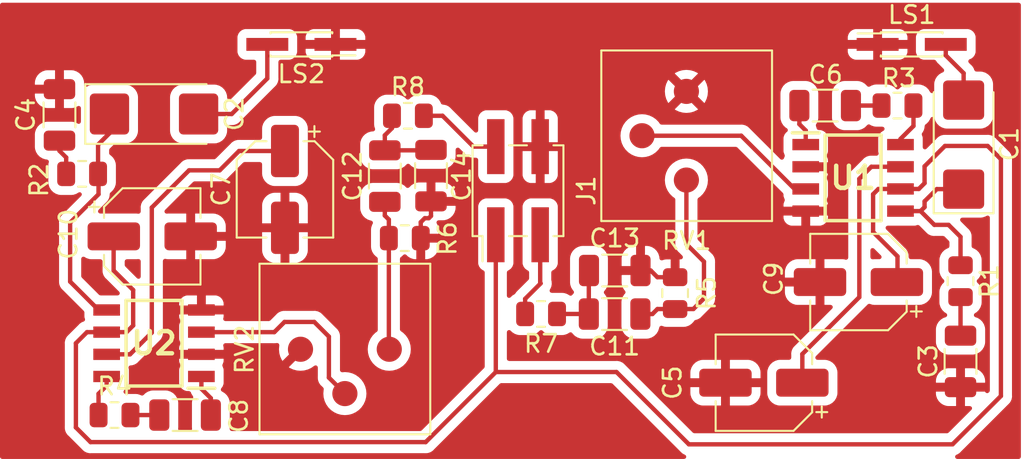
<source format=kicad_pcb>
(kicad_pcb (version 20211014) (generator pcbnew)
  (layers (0 "F.Cu" signal) (31 "B.Cu" signal) (34 "B.Paste" user) (35 "F.Paste" user) (36 "B.SilkS" user "B.Silkscreen") (37 "F.SilkS" user "F.Silkscreen") (38 "B.Mask" user) (39 "F.Mask" user) (44 "Edge.Cuts" user))
  (net 0 "")
  (net 1 "Net-(C1-Pad1)")
  (net 2 "Net-(C1-Pad2)")
  (net 3 "Net-(C2-Pad1)")
  (net 4 "Net-(C2-Pad2)")
  (net 5 "GND")
  (net 6 "Net-(C3-Pad2)")
  (net 7 "Net-(C4-Pad2)")
  (net 8 "Net-(C5-Pad1)")
  (net 9 "Net-(C6-Pad1)")
  (net 10 "Net-(C6-Pad2)")
  (net 11 "Net-(C7-Pad1)")
  (net 12 "Net-(C8-Pad1)")
  (net 13 "Net-(C8-Pad2)")
  (net 14 "+5V")
  (net 15 "Net-(C11-Pad1)")
  (net 16 "Net-(C11-Pad2)")
  (net 17 "Net-(C12-Pad1)")
  (net 18 "Net-(C12-Pad2)")
  (net 19 "Net-(J1-Pad2)")
  (net 20 "Net-(R3-Pad1)")
  (net 21 "Net-(R4-Pad1)")
  (net 22 "Net-(J1-Pad3)")
  (net 23 "Net-(RV1-Pad2)")
  (net 24 "Net-(RV2-Pad2)")
  (footprint "Potentiometer_THT:Potentiometer_Bourns_3386P_Vertical" (layer "F.Cu") (at 97.3582 96.916 -90)
    (fp_text reference "RV2" (at 0.0104 3.2004 90) (layer "F.SilkS"))
    (fp_text value "10k" hide)
    (fp_line (start 4.87 -7.425) (end 4.87 2.345) (layer "F.SilkS") (width 0.12))
    (fp_line (start -4.9 2.345) (end 4.87 2.345) (layer "F.SilkS") (width 0.12))
    (fp_line (start -4.9 -7.425) (end 4.87 -7.425) (layer "F.SilkS") (width 0.12))
    (fp_line (start -4.9 -7.425) (end -4.9 2.345) (layer "F.SilkS") (width 0.12))
    (pad "1" smd circle (at 0 0 270) (size 1.44 1.44) (layers "F.Cu" "F.Paste" "F.Mask") (net 5 "GND"))
    (pad "2" smd circle (at 2.54 -2.54 270) (size 1.44 1.44) (layers "F.Cu" "F.Paste" "F.Mask") (net 24 "Net-(RV2-Pad2)"))
    (pad "3" smd circle (at 0 -5.08 270) (size 1.44 1.44) (layers "F.Cu" "F.Paste" "F.Mask") (net 17 "Net-(C12-Pad1)"))
  )
  (footprint "Capacitor_Tantalum_SMD:CP_EIA-6032-28_Kemet-C_Pad2.25x2.35mm_HandSolder" (layer "F.Cu") (at 88.9762 83.439)
    (fp_text reference "C2" (at 4.5974 0 90) (layer "F.SilkS"))
    (fp_text value "220uF" hide)
    (fp_line (start -3.935 -1.71) (end -3.935 1.71) (layer "F.SilkS") (width 0.12))
    (fp_line (start -3.935 1.71) (end 3 1.71) (layer "F.SilkS") (width 0.12))
    (fp_line (start 3 -1.71) (end -3.935 -1.71) (layer "F.SilkS") (width 0.12))
    (pad "1" smd roundrect (at -2.55 0) (size 2.25 2.35) (layers "F.Cu" "F.Paste" "F.Mask") (roundrect_rratio 0.1111111111) (net 3 "Net-(C2-Pad1)"))
    (pad "2" smd roundrect (at 2.55 0) (size 2.25 2.35) (layers "F.Cu" "F.Paste" "F.Mask") (roundrect_rratio 0.1111111111) (net 4 "Net-(C2-Pad2)"))
  )
  (footprint "Capacitor_SMD:CP_Elec_5x5.4" (layer "F.Cu") (at 88.8746 90.4494)
    (fp_text reference "C10" (at -4.8006 -0.127 90) (layer "F.SilkS"))
    (fp_text value "10uF" hide)
    (fp_line (start -3.3125 -1.9975) (end -3.3125 -1.3725) (layer "F.SilkS") (width 0.12))
    (fp_line (start 2.76 2.76) (end 2.76 1.06) (layer "F.SilkS") (width 0.12))
    (fp_line (start -3.625 -1.685) (end -3 -1.685) (layer "F.SilkS") (width 0.12))
    (fp_line (start -2.76 -1.695563) (end -1.695563 -2.76) (layer "F.SilkS") (width 0.12))
    (fp_line (start 2.76 -2.76) (end 2.76 -1.06) (layer "F.SilkS") (width 0.12))
    (fp_line (start -2.76 1.695563) (end -2.76 1.06) (layer "F.SilkS") (width 0.12))
    (fp_line (start -1.695563 -2.76) (end 2.76 -2.76) (layer "F.SilkS") (width 0.12))
    (fp_line (start -2.76 1.695563) (end -1.695563 2.76) (layer "F.SilkS") (width 0.12))
    (fp_line (start -2.76 -1.695563) (end -2.76 -1.06) (layer "F.SilkS") (width 0.12))
    (fp_line (start -1.695563 2.76) (end 2.76 2.76) (layer "F.SilkS") (width 0.12))
    (pad "1" smd roundrect (at -2.2 0) (size 3 1.6) (layers "F.Cu" "F.Paste" "F.Mask") (roundrect_rratio 0.15625) (net 14 "+5V"))
    (pad "2" smd roundrect (at 2.2 0) (size 3 1.6) (layers "F.Cu" "F.Paste" "F.Mask") (roundrect_rratio 0.15625) (net 5 "GND"))
  )
  (footprint "Resistor_SMD:R_0805_2012Metric" (layer "F.Cu") (at 118.7958 93.7006 90)
    (fp_text reference "R5" (at 0 1.8034 90) (layer "F.SilkS"))
    (fp_text value "150" hide)
    (fp_line (start -0.227064 -0.735) (end 0.227064 -0.735) (layer "F.SilkS") (width 0.12))
    (fp_line (start -0.227064 0.735) (end 0.227064 0.735) (layer "F.SilkS") (width 0.12))
    (pad "1" smd roundrect (at -0.9125 0 90) (size 1.025 1.4) (layers "F.Cu" "F.Paste" "F.Mask") (roundrect_rratio 0.243902439) (net 15 "Net-(C11-Pad1)"))
    (pad "2" smd roundrect (at 0.9125 0 90) (size 1.025 1.4) (layers "F.Cu" "F.Paste" "F.Mask") (roundrect_rratio 0.243902439) (net 5 "GND"))
  )
  (footprint "LM386:SOIC127P600X175-8N" (layer "F.Cu") (at 128.9812 87.0966)
    (fp_text reference "U1" (at 0 0) (layer "F.SilkS") (effects (font (size 1.27 1.27) (thickness 0.254))))
    (fp_text value "LM386" hide)
    (fp_line (start 1.598 2.452) (end -1.598 2.452) (layer "F.SilkS") (width 0.2))
    (fp_line (start 1.598 -2.452) (end 1.598 2.452) (layer "F.SilkS") (width 0.2))
    (fp_line (start -1.598 -2.452) (end 1.598 -2.452) (layer "F.SilkS") (width 0.2))
    (fp_line (start -1.598 2.452) (end -1.598 -2.452) (layer "F.SilkS") (width 0.2))
    (fp_line (start -3.475 -2.58) (end -1.948 -2.58) (layer "F.SilkS") (width 0.2))
    (pad "1" smd rect (at -2.711 -1.905 90) (size 0.65 1.528) (layers "F.Cu" "F.Paste" "F.Mask") (net 10 "Net-(C6-Pad2)"))
    (pad "2" smd rect (at -2.711 -0.635 90) (size 0.65 1.528) (layers "F.Cu" "F.Paste" "F.Mask") (net 5 "GND"))
    (pad "3" smd rect (at -2.711 0.635 90) (size 0.65 1.528) (layers "F.Cu" "F.Paste" "F.Mask") (net 23 "Net-(RV1-Pad2)"))
    (pad "4" smd rect (at -2.711 1.905 90) (size 0.65 1.528) (layers "F.Cu" "F.Paste" "F.Mask") (net 5 "GND"))
    (pad "5" smd rect (at 2.711 1.905 90) (size 0.65 1.528) (layers "F.Cu" "F.Paste" "F.Mask") (net 1 "Net-(C1-Pad1)"))
    (pad "6" smd rect (at 2.711 0.635 90) (size 0.65 1.528) (layers "F.Cu" "F.Paste" "F.Mask") (net 14 "+5V"))
    (pad "7" smd rect (at 2.711 -0.635 90) (size 0.65 1.528) (layers "F.Cu" "F.Paste" "F.Mask") (net 8 "Net-(C5-Pad1)"))
    (pad "8" smd rect (at 2.711 -1.905 90) (size 0.65 1.528) (layers "F.Cu" "F.Paste" "F.Mask") (net 20 "Net-(R3-Pad1)"))
  )
  (footprint "Connector_PinHeader_2.54mm:PinHeader_2x02_P2.54mm_Vertical_SMD" (layer "F.Cu") (at 109.8042 87.8332 90)
    (fp_text reference "J1" (at 0 3.9116 90) (layer "F.SilkS"))
    (fp_text value "Conn_01x04" hide)
    (fp_line (start -2.6 2.03) (end -2.6 2.6) (layer "F.SilkS") (width 0.12))
    (fp_line (start 2.6 2.03) (end 2.6 2.6) (layer "F.SilkS") (width 0.12))
    (fp_line (start -2.6 -2.6) (end 2.6 -2.6) (layer "F.SilkS") (width 0.12))
    (fp_line (start 2.6 -0.51) (end 2.6 0.51) (layer "F.SilkS") (width 0.12))
    (fp_line (start -2.6 2.6) (end 2.6 2.6) (layer "F.SilkS") (width 0.12))
    (fp_line (start -4.04 -2.03) (end -2.6 -2.03) (layer "F.SilkS") (width 0.12))
    (fp_line (start -2.6 -2.6) (end -2.6 -2.03) (layer "F.SilkS") (width 0.12))
    (fp_line (start -2.6 -0.51) (end -2.6 0.51) (layer "F.SilkS") (width 0.12))
    (fp_line (start 2.6 -2.6) (end 2.6 -2.03) (layer "F.SilkS") (width 0.12))
    (pad "1" smd rect (at -2.525 -1.27 90) (size 3.15 1) (layers "F.Cu" "F.Paste" "F.Mask") (net 14 "+5V"))
    (pad "2" smd rect (at 2.525 -1.27 90) (size 3.15 1) (layers "F.Cu" "F.Paste" "F.Mask") (net 19 "Net-(J1-Pad2)"))
    (pad "3" smd rect (at -2.525 1.27 90) (size 3.15 1) (layers "F.Cu" "F.Paste" "F.Mask") (net 22 "Net-(J1-Pad3)"))
    (pad "4" smd rect (at 2.525 1.27 90) (size 3.15 1) (layers "F.Cu" "F.Paste" "F.Mask") (net 5 "GND"))
  )
  (footprint "Resistor_SMD:R_0805_2012Metric" (layer "F.Cu") (at 103.3272 90.551)
    (fp_text reference "R6" (at 2.4384 0.0254 90) (layer "F.SilkS"))
    (fp_text value "150" hide)
    (fp_line (start -0.227064 -0.735) (end 0.227064 -0.735) (layer "F.SilkS") (width 0.12))
    (fp_line (start -0.227064 0.735) (end 0.227064 0.735) (layer "F.SilkS") (width 0.12))
    (pad "1" smd roundrect (at -0.9125 0) (size 1.025 1.4) (layers "F.Cu" "F.Paste" "F.Mask") (roundrect_rratio 0.243902439) (net 17 "Net-(C12-Pad1)"))
    (pad "2" smd roundrect (at 0.9125 0) (size 1.025 1.4) (layers "F.Cu" "F.Paste" "F.Mask") (roundrect_rratio 0.243902439) (net 5 "GND"))
  )
  (footprint "Capacitor_SMD:C_1206_3216Metric" (layer "F.Cu") (at 90.7542 100.6856)
    (fp_text reference "C8" (at 3.0734 0.0508 90) (layer "F.SilkS"))
    (fp_text value "10uF" hide)
    (fp_line (start -0.711252 -0.91) (end 0.711252 -0.91) (layer "F.SilkS") (width 0.12))
    (fp_line (start -0.711252 0.91) (end 0.711252 0.91) (layer "F.SilkS") (width 0.12))
    (pad "1" smd roundrect (at -1.475 0) (size 1.15 1.8) (layers "F.Cu" "F.Paste" "F.Mask") (roundrect_rratio 0.2173913043) (net 12 "Net-(C8-Pad1)"))
    (pad "2" smd roundrect (at 1.475 0) (size 1.15 1.8) (layers "F.Cu" "F.Paste" "F.Mask") (roundrect_rratio 0.2173913043) (net 13 "Net-(C8-Pad2)"))
  )
  (footprint "Potentiometer_THT:Potentiometer_Bourns_3386P_Vertical" (layer "F.Cu") (at 119.4412 82.1436 180)
    (fp_text reference "RV1" (at -0.015 -8.555) (layer "F.SilkS"))
    (fp_text value "10k" hide)
    (fp_line (start -4.9 -7.425) (end -4.9 2.345) (layer "F.SilkS") (width 0.12))
    (fp_line (start -4.9 2.345) (end 4.87 2.345) (layer "F.SilkS") (width 0.12))
    (fp_line (start -4.9 -7.425) (end 4.87 -7.425) (layer "F.SilkS") (width 0.12))
    (fp_line (start 4.87 -7.425) (end 4.87 2.345) (layer "F.SilkS") (width 0.12))
    (pad "1" smd circle (at 0 0 180) (size 1.44 1.44) (layers "F.Cu" "F.Paste" "F.Mask") (net 5 "GND"))
    (pad "2" smd circle (at 2.54 -2.54 180) (size 1.44 1.44) (layers "F.Cu" "F.Paste" "F.Mask") (net 23 "Net-(RV1-Pad2)"))
    (pad "3" smd circle (at 0 -5.08 180) (size 1.44 1.44) (layers "F.Cu" "F.Paste" "F.Mask") (net 15 "Net-(C11-Pad1)"))
  )
  (footprint "Resistor_SMD:R_0805_2012Metric" (layer "F.Cu") (at 131.5212 82.9564 180)
    (fp_text reference "R3" (at -0.0762 1.5748) (layer "F.SilkS"))
    (fp_text value "1.2k" hide)
    (fp_line (start -0.227064 -0.735) (end 0.227064 -0.735) (layer "F.SilkS") (width 0.12))
    (fp_line (start -0.227064 0.735) (end 0.227064 0.735) (layer "F.SilkS") (width 0.12))
    (pad "1" smd roundrect (at -0.9125 0 180) (size 1.025 1.4) (layers "F.Cu" "F.Paste" "F.Mask") (roundrect_rratio 0.243902439) (net 20 "Net-(R3-Pad1)"))
    (pad "2" smd roundrect (at 0.9125 0 180) (size 1.025 1.4) (layers "F.Cu" "F.Paste" "F.Mask") (roundrect_rratio 0.243902439) (net 9 "Net-(C6-Pad1)"))
  )
  (footprint "Resistor_SMD:R_0805_2012Metric" (layer "F.Cu") (at 103.505 83.5406)
    (fp_text reference "R8" (at 0 -1.65) (layer "F.SilkS"))
    (fp_text value "270" hide)
    (fp_line (start -0.227064 0.735) (end 0.227064 0.735) (layer "F.SilkS") (width 0.12))
    (fp_line (start -0.227064 -0.735) (end 0.227064 -0.735) (layer "F.SilkS") (width 0.12))
    (pad "1" smd roundrect (at -0.9125 0) (size 1.025 1.4) (layers "F.Cu" "F.Paste" "F.Mask") (roundrect_rratio 0.243902439) (net 18 "Net-(C12-Pad2)"))
    (pad "2" smd roundrect (at 0.9125 0) (size 1.025 1.4) (layers "F.Cu" "F.Paste" "F.Mask") (roundrect_rratio 0.243902439) (net 19 "Net-(J1-Pad2)"))
  )
  (footprint "Capacitor_SMD:CP_Elec_5x5.4" (layer "F.Cu") (at 123.8758 98.8314 180)
    (fp_text reference "C5" (at 5.2324 0 90) (layer "F.SilkS"))
    (fp_text value "10uF" hide)
    (fp_line (start -3.625 -1.685) (end -3 -1.685) (layer "F.SilkS") (width 0.12))
    (fp_line (start -2.76 -1.695563) (end -1.695563 -2.76) (layer "F.SilkS") (width 0.12))
    (fp_line (start -2.76 1.695563) (end -1.695563 2.76) (layer "F.SilkS") (width 0.12))
    (fp_line (start -1.695563 2.76) (end 2.76 2.76) (layer "F.SilkS") (width 0.12))
    (fp_line (start 2.76 -2.76) (end 2.76 -1.06) (layer "F.SilkS") (width 0.12))
    (fp_line (start 2.76 2.76) (end 2.76 1.06) (layer "F.SilkS") (width 0.12))
    (fp_line (start -2.76 1.695563) (end -2.76 1.06) (layer "F.SilkS") (width 0.12))
    (fp_line (start -2.76 -1.695563) (end -2.76 -1.06) (layer "F.SilkS") (width 0.12))
    (fp_line (start -3.3125 -1.9975) (end -3.3125 -1.3725) (layer "F.SilkS") (width 0.12))
    (fp_line (start -1.695563 -2.76) (end 2.76 -2.76) (layer "F.SilkS") (width 0.12))
    (pad "1" smd roundrect (at -2.2 0 180) (size 3 1.6) (layers "F.Cu" "F.Paste" "F.Mask") (roundrect_rratio 0.15625) (net 8 "Net-(C5-Pad1)"))
    (pad "2" smd roundrect (at 2.2 0 180) (size 3 1.6) (layers "F.Cu" "F.Paste" "F.Mask") (roundrect_rratio 0.15625) (net 5 "GND"))
  )
  (footprint "Capacitor_SMD:CP_Elec_5x5.4" (layer "F.Cu") (at 96.4692 87.757 -90)
    (fp_text reference "C7" (at 0 3.6576 90) (layer "F.SilkS"))
    (fp_text value "10uF" hide)
    (fp_line (start -1.695563 2.76) (end 2.76 2.76) (layer "F.SilkS") (width 0.12))
    (fp_line (start -2.76 1.695563) (end -2.76 1.06) (layer "F.SilkS") (width 0.12))
    (fp_line (start -1.695563 -2.76) (end 2.76 -2.76) (layer "F.SilkS") (width 0.12))
    (fp_line (start 2.76 2.76) (end 2.76 1.06) (layer "F.SilkS") (width 0.12))
    (fp_line (start -2.76 -1.695563) (end -1.695563 -2.76) (layer "F.SilkS") (width 0.12))
    (fp_line (start -3.625 -1.685) (end -3 -1.685) (layer "F.SilkS") (width 0.12))
    (fp_line (start -2.76 -1.695563) (end -2.76 -1.06) (layer "F.SilkS") (width 0.12))
    (fp_line (start 2.76 -2.76) (end 2.76 -1.06) (layer "F.SilkS") (width 0.12))
    (fp_line (start -2.76 1.695563) (end -1.695563 2.76) (layer "F.SilkS") (width 0.12))
    (fp_line (start -3.3125 -1.9975) (end -3.3125 -1.3725) (layer "F.SilkS") (width 0.12))
    (pad "1" smd roundrect (at -2.2 0 270) (size 3 1.6) (layers "F.Cu" "F.Paste" "F.Mask") (roundrect_rratio 0.15625) (net 11 "Net-(C7-Pad1)"))
    (pad "2" smd roundrect (at 2.2 0 270) (size 3 1.6) (layers "F.Cu" "F.Paste" "F.Mask") (roundrect_rratio 0.15625) (net 5 "GND"))
  )
  (footprint "Connector_PinHeader_1.27mm:PinHeader_2x01_P1.27mm_Vertical_SMD" (layer "F.Cu") (at 132.334 79.4512)
    (fp_text reference "LS1" (at 0 -1.695) (layer "F.SilkS"))
    (fp_text value "Speaker" hide)
    (fp_line (start -1.765 -0.695) (end 1.765 -0.695) (layer "F.SilkS") (width 0.12))
    (fp_line (start -1.765 0.695) (end 1.765 0.695) (layer "F.SilkS") (width 0.12))
    (fp_line (start 1.765 0.63) (end 1.765 0.695) (layer "F.SilkS") (width 0.12))
    (fp_line (start -1.765 -0.695) (end -1.765 -0.63) (layer "F.SilkS") (width 0.12))
    (fp_line (start 1.765 -0.695) (end 1.765 -0.63) (layer "F.SilkS") (width 0.12))
    (fp_line (start -3.09 -0.63) (end -1.765 -0.63) (layer "F.SilkS") (width 0.12))
    (fp_line (start -1.765 0.63) (end -1.765 0.695) (layer "F.SilkS") (width 0.12))
    (pad "1" smd rect (at -1.95 0) (size 2.4 0.74) (layers "F.Cu" "F.Paste" "F.Mask") (net 5 "GND"))
    (pad "2" smd rect (at 1.95 0) (size 2.4 0.74) (layers "F.Cu" "F.Paste" "F.Mask") (net 2 "Net-(C1-Pad2)"))
  )
  (footprint "Resistor_SMD:R_0805_2012Metric" (layer "F.Cu") (at 135.128 93.0148 -90)
    (fp_text reference "R1" (at 0 -1.65 90) (layer "F.SilkS"))
    (fp_text value "10" hide)
    (fp_line (start -0.227064 0.735) (end 0.227064 0.735) (layer "F.SilkS") (width 0.12))
    (fp_line (start -0.227064 -0.735) (end 0.227064 -0.735) (layer "F.SilkS") (width 0.12))
    (pad "1" smd roundrect (at -0.9125 0 270) (size 1.025 1.4) (layers "F.Cu" "F.Paste" "F.Mask") (roundrect_rratio 0.243902439) (net 1 "Net-(C1-Pad1)"))
    (pad "2" smd roundrect (at 0.9125 0 270) (size 1.025 1.4) (layers "F.Cu" "F.Paste" "F.Mask") (roundrect_rratio 0.243902439) (net 6 "Net-(C3-Pad2)"))
  )
  (footprint "Capacitor_SMD:C_1206_3216Metric" (layer "F.Cu") (at 115.3414 92.4052)
    (fp_text reference "C13" (at 0 -1.85) (layer "F.SilkS"))
    (fp_text value "33nF" hide)
    (fp_line (start -0.711252 -0.91) (end 0.711252 -0.91) (layer "F.SilkS") (width 0.12))
    (fp_line (start -0.711252 0.91) (end 0.711252 0.91) (layer "F.SilkS") (width 0.12))
    (pad "1" smd roundrect (at -1.475 0) (size 1.15 1.8) (layers "F.Cu" "F.Paste" "F.Mask") (roundrect_rratio 0.2173913043) (net 16 "Net-(C11-Pad2)"))
    (pad "2" smd roundrect (at 1.475 0) (size 1.15 1.8) (layers "F.Cu" "F.Paste" "F.Mask") (roundrect_rratio 0.2173913043) (net 5 "GND"))
  )
  (footprint "Capacitor_SMD:CP_Elec_5x5.4" (layer "F.Cu") (at 129.286 93.0656 180)
    (fp_text reference "C9" (at 4.8514 0.1778 90) (layer "F.SilkS"))
    (fp_text value "10uF" hide)
    (fp_line (start -3.625 -1.685) (end -3 -1.685) (layer "F.SilkS") (width 0.12))
    (fp_line (start -2.76 -1.695563) (end -1.695563 -2.76) (layer "F.SilkS") (width 0.12))
    (fp_line (start -3.3125 -1.9975) (end -3.3125 -1.3725) (layer "F.SilkS") (width 0.12))
    (fp_line (start -1.695563 2.76) (end 2.76 2.76) (layer "F.SilkS") (width 0.12))
    (fp_line (start -2.76 1.695563) (end -1.695563 2.76) (layer "F.SilkS") (width 0.12))
    (fp_line (start -1.695563 -2.76) (end 2.76 -2.76) (layer "F.SilkS") (width 0.12))
    (fp_line (start 2.76 2.76) (end 2.76 1.06) (layer "F.SilkS") (width 0.12))
    (fp_line (start 2.76 -2.76) (end 2.76 -1.06) (layer "F.SilkS") (width 0.12))
    (fp_line (start -2.76 -1.695563) (end -2.76 -1.06) (layer "F.SilkS") (width 0.12))
    (fp_line (start -2.76 1.695563) (end -2.76 1.06) (layer "F.SilkS") (width 0.12))
    (pad "1" smd roundrect (at -2.2 0 180) (size 3 1.6) (layers "F.Cu" "F.Paste" "F.Mask") (roundrect_rratio 0.15625) (net 14 "+5V"))
    (pad "2" smd roundrect (at 2.2 0 180) (size 3 1.6) (layers "F.Cu" "F.Paste" "F.Mask") (roundrect_rratio 0.15625) (net 5 "GND"))
  )
  (footprint "Capacitor_SMD:C_1206_3216Metric" (layer "F.Cu") (at 102.1842 86.995 90)
    (fp_text reference "C12" (at 0 -1.85 90) (layer "F.SilkS"))
    (fp_text value "10uF" hide)
    (fp_line (start -0.711252 0.91) (end 0.711252 0.91) (layer "F.SilkS") (width 0.12))
    (fp_line (start -0.711252 -0.91) (end 0.711252 -0.91) (layer "F.SilkS") (width 0.12))
    (pad "1" smd roundrect (at -1.475 0 90) (size 1.15 1.8) (layers "F.Cu" "F.Paste" "F.Mask") (roundrect_rratio 0.2173913043) (net 17 "Net-(C12-Pad1)"))
    (pad "2" smd roundrect (at 1.475 0 90) (size 1.15 1.8) (layers "F.Cu" "F.Paste" "F.Mask") (roundrect_rratio 0.2173913043) (net 18 "Net-(C12-Pad2)"))
  )
  (footprint "Capacitor_SMD:C_1206_3216Metric" (layer "F.Cu") (at 104.8258 86.9696 -90)
    (fp_text reference "C14" (at 0.0254 -1.7526 -90) (layer "F.SilkS"))
    (fp_text value "33nF" hide)
    (fp_line (start -0.711252 -0.91) (end 0.711252 -0.91) (layer "F.SilkS") (width 0.12))
    (fp_line (start -0.711252 0.91) (end 0.711252 0.91) (layer "F.SilkS") (width 0.12))
    (pad "1" smd roundrect (at -1.475 0 270) (size 1.15 1.8) (layers "F.Cu" "F.Paste" "F.Mask") (roundrect_rratio 0.2173913043) (net 18 "Net-(C12-Pad2)"))
    (pad "2" smd roundrect (at 1.475 0 270) (size 1.15 1.8) (layers "F.Cu" "F.Paste" "F.Mask") (roundrect_rratio 0.2173913043) (net 5 "GND"))
  )
  (footprint "Capacitor_SMD:C_1206_3216Metric" (layer "F.Cu") (at 135.128 97.6122 90)
    (fp_text reference "C3" (at 0 -1.85 90) (layer "F.SilkS"))
    (fp_text value "0.05uF" hide)
    (fp_line (start -0.711252 0.91) (end 0.711252 0.91) (layer "F.SilkS") (width 0.12))
    (fp_line (start -0.711252 -0.91) (end 0.711252 -0.91) (layer "F.SilkS") (width 0.12))
    (pad "1" smd roundrect (at -1.475 0 90) (size 1.15 1.8) (layers "F.Cu" "F.Paste" "F.Mask") (roundrect_rratio 0.2173913043) (net 5 "GND"))
    (pad "2" smd roundrect (at 1.475 0 90) (size 1.15 1.8) (layers "F.Cu" "F.Paste" "F.Mask") (roundrect_rratio 0.2173913043) (net 6 "Net-(C3-Pad2)"))
  )
  (footprint "Resistor_SMD:R_0805_2012Metric" (layer "F.Cu") (at 84.8614 86.868 180)
    (fp_text reference "R2" (at 2.4638 -0.3556 90) (layer "F.SilkS"))
    (fp_text value "10" hide)
    (fp_line (start -0.227064 0.735) (end 0.227064 0.735) (layer "F.SilkS") (width 0.12))
    (fp_line (start -0.227064 -0.735) (end 0.227064 -0.735) (layer "F.SilkS") (width 0.12))
    (pad "1" smd roundrect (at -0.9125 0 180) (size 1.025 1.4) (layers "F.Cu" "F.Paste" "F.Mask") (roundrect_rratio 0.243902439) (net 3 "Net-(C2-Pad1)"))
    (pad "2" smd roundrect (at 0.9125 0 180) (size 1.025 1.4) (layers "F.Cu" "F.Paste" "F.Mask") (roundrect_rratio 0.243902439) (net 7 "Net-(C4-Pad2)"))
  )
  (footprint "Connector_PinHeader_1.27mm:PinHeader_2x01_P1.27mm_Vertical_SMD" (layer "F.Cu") (at 97.409 79.4512 180)
    (fp_text reference "LS2" (at 0 -1.695) (layer "F.SilkS"))
    (fp_text value "Speaker" hide)
    (fp_line (start -1.765 -0.695) (end -1.765 -0.63) (layer "F.SilkS") (width 0.12))
    (fp_line (start -1.765 0.63) (end -1.765 0.695) (layer "F.SilkS") (width 0.12))
    (fp_line (start 1.765 -0.695) (end 1.765 -0.63) (layer "F.SilkS") (width 0.12))
    (fp_line (start -1.765 0.695) (end 1.765 0.695) (layer "F.SilkS") (width 0.12))
    (fp_line (start -1.765 -0.695) (end 1.765 -0.695) (layer "F.SilkS") (width 0.12))
    (fp_line (start -3.09 -0.63) (end -1.765 -0.63) (layer "F.SilkS") (width 0.12))
    (fp_line (start 1.765 0.63) (end 1.765 0.695) (layer "F.SilkS") (width 0.12))
    (pad "1" smd rect (at -1.95 0 180) (size 2.4 0.74) (layers "F.Cu" "F.Paste" "F.Mask") (net 5 "GND"))
    (pad "2" smd rect (at 1.95 0 180) (size 2.4 0.74) (layers "F.Cu" "F.Paste" "F.Mask") (net 4 "Net-(C2-Pad2)"))
  )
  (footprint "Capacitor_SMD:C_1206_3216Metric" (layer "F.Cu") (at 115.3322 94.8996 180)
    (fp_text reference "C11" (at 0 -1.85) (layer "F.SilkS"))
    (fp_text value "10uF" hide)
    (fp_line (start -0.711252 0.91) (end 0.711252 0.91) (layer "F.SilkS") (width 0.12))
    (fp_line (start -0.711252 -0.91) (end 0.711252 -0.91) (layer "F.SilkS") (width 0.12))
    (pad "1" smd roundrect (at -1.475 0 180) (size 1.15 1.8) (layers "F.Cu" "F.Paste" "F.Mask") (roundrect_rratio 0.2173913043) (net 15 "Net-(C11-Pad1)"))
    (pad "2" smd roundrect (at 1.475 0 180) (size 1.15 1.8) (layers "F.Cu" "F.Paste" "F.Mask") (roundrect_rratio 0.2173913043) (net 16 "Net-(C11-Pad2)"))
  )
  (footprint "Capacitor_SMD:C_1206_3216Metric" (layer "F.Cu") (at 83.566 83.4898 -90)
    (fp_text reference "C4" (at 0 1.9304 90) (layer "F.SilkS"))
    (fp_text value "0.05uF" hide)
    (fp_line (start -0.711252 -0.91) (end 0.711252 -0.91) (layer "F.SilkS") (width 0.12))
    (fp_line (start -0.711252 0.91) (end 0.711252 0.91) (layer "F.SilkS") (width 0.12))
    (pad "1" smd roundrect (at -1.475 0 270) (size 1.15 1.8) (layers "F.Cu" "F.Paste" "F.Mask") (roundrect_rratio 0.2173913043) (net 5 "GND"))
    (pad "2" smd roundrect (at 1.475 0 270) (size 1.15 1.8) (layers "F.Cu" "F.Paste" "F.Mask") (roundrect_rratio 0.2173913043) (net 7 "Net-(C4-Pad2)"))
  )
  (footprint "Capacitor_SMD:C_1206_3216Metric" (layer "F.Cu") (at 127.381 82.9564 180)
    (fp_text reference "C6" (at -0.0272 1.778) (layer "F.SilkS"))
    (fp_text value "10uF" hide)
    (fp_line (start -0.711252 0.91) (end 0.711252 0.91) (layer "F.SilkS") (width 0.12))
    (fp_line (start -0.711252 -0.91) (end 0.711252 -0.91) (layer "F.SilkS") (width 0.12))
    (pad "1" smd roundrect (at -1.475 0 180) (size 1.15 1.8) (layers "F.Cu" "F.Paste" "F.Mask") (roundrect_rratio 0.2173913043) (net 9 "Net-(C6-Pad1)"))
    (pad "2" smd roundrect (at 1.475 0 180) (size 1.15 1.8) (layers "F.Cu" "F.Paste" "F.Mask") (roundrect_rratio 0.2173913043) (net 10 "Net-(C6-Pad2)"))
  )
  (footprint "LM386:SOIC127P600X175-8N" (layer "F.Cu") (at 88.9762 96.5708 180)
    (fp_text reference "U2" (at 0 0) (layer "F.SilkS") (effects (font (size 1.27 1.27) (thickness 0.254))))
    (fp_text value "LM386" hide)
    (fp_line (start -1.598 -2.452) (end 1.598 -2.452) (layer "F.SilkS") (width 0.2))
    (fp_line (start 1.598 -2.452) (end 1.598 2.452) (layer "F.SilkS") (width 0.2))
    (fp_line (start 1.598 2.452) (end -1.598 2.452) (layer "F.SilkS") (width 0.2))
    (fp_line (start -3.475 -2.58) (end -1.948 -2.58) (layer "F.SilkS") (width 0.2))
    (fp_line (start -1.598 2.452) (end -1.598 -2.452) (layer "F.SilkS") (width 0.2))
    (pad "1" smd rect (at -2.711 -1.905 270) (size 0.65 1.528) (layers "F.Cu" "F.Paste" "F.Mask") (net 13 "Net-(C8-Pad2)"))
    (pad "2" smd rect (at -2.711 -0.635 270) (size 0.65 1.528) (layers "F.Cu" "F.Paste" "F.Mask") (net 5 "GND"))
    (pad "3" smd rect (at -2.711 0.635 270) (size 0.65 1.528) (layers "F.Cu" "F.Paste" "F.Mask") (net 24 "Net-(RV2-Pad2)"))
    (pad "4" smd rect (at -2.711 1.905 270) (size 0.65 1.528) (layers "F.Cu" "F.Paste" "F.Mask") (net 5 "GND"))
    (pad "5" smd rect (at 2.711 1.905 270) (size 0.65 1.528) (layers "F.Cu" "F.Paste" "F.Mask") (net 3 "Net-(C2-Pad1)"))
    (pad "6" smd rect (at 2.711 0.635 270) (size 0.65 1.528) (layers "F.Cu" "F.Paste" "F.Mask") (net 14 "+5V"))
    (pad "7" smd rect (at 2.711 -0.635 270) (size 0.65 1.528) (layers "F.Cu" "F.Paste" "F.Mask") (net 11 "Net-(C7-Pad1)"))
    (pad "8" smd rect (at 2.711 -1.905 270) (size 0.65 1.528) (layers "F.Cu" "F.Paste" "F.Mask") (net 21 "Net-(R4-Pad1)"))
  )
  (footprint "Capacitor_Tantalum_SMD:CP_EIA-6032-28_Kemet-C_Pad2.25x2.35mm_HandSolder" (layer "F.Cu") (at 135.3058 85.1916 90)
    (fp_text reference "C1" (at 0.0254 2.6162 90) (layer "F.SilkS"))
    (fp_text value "220uF" hide)
    (fp_line (start -3.935 1.71) (end 3 1.71) (layer "F.SilkS") (width 0.12))
    (fp_line (start -3.935 -1.71) (end -3.935 1.71) (layer "F.SilkS") (width 0.12))
    (fp_line (start 3 -1.71) (end -3.935 -1.71) (layer "F.SilkS") (width 0.12))
    (pad "1" smd roundrect (at -2.55 0 90) (size 2.25 2.35) (layers "F.Cu" "F.Paste" "F.Mask") (roundrect_rratio 0.1111111111) (net 1 "Net-(C1-Pad1)"))
    (pad "2" smd roundrect (at 2.55 0 90) (size 2.25 2.35) (layers "F.Cu" "F.Paste" "F.Mask") (roundrect_rratio 0.1111111111) (net 2 "Net-(C1-Pad2)"))
  )
  (footprint "Resistor_SMD:R_0805_2012Metric" (layer "F.Cu") (at 111.125 94.8944 180)
    (fp_text reference "R7" (at 0 -1.7018 180) (layer "F.SilkS"))
    (fp_text value "270" hide)
    (fp_line (start -0.227064 0.735) (end 0.227064 0.735) (layer "F.SilkS") (width 0.12))
    (fp_line (start -0.227064 -0.735) (end 0.227064 -0.735) (layer "F.SilkS") (width 0.12))
    (pad "1" smd roundrect (at -0.9125 0 180) (size 1.025 1.4) (layers "F.Cu" "F.Paste" "F.Mask") (roundrect_rratio 0.243902439) (net 16 "Net-(C11-Pad2)"))
    (pad "2" smd roundrect (at 0.9125 0 180) (size 1.025 1.4) (layers "F.Cu" "F.Paste" "F.Mask") (roundrect_rratio 0.243902439) (net 22 "Net-(J1-Pad3)"))
  )
  (footprint "Resistor_SMD:R_0805_2012Metric" (layer "F.Cu") (at 86.7156 100.6856)
    (fp_text reference "R4" (at 0 -1.65) (layer "F.SilkS"))
    (fp_text value "1.2k" hide)
    (fp_line (start -0.227064 -0.735) (end 0.227064 -0.735) (layer "F.SilkS") (width 0.12))
    (fp_line (start -0.227064 0.735) (end 0.227064 0.735) (layer "F.SilkS") (width 0.12))
    (pad "1" smd roundrect (at -0.9125 0) (size 1.025 1.4) (layers "F.Cu" "F.Paste" "F.Mask") (roundrect_rratio 0.243902439) (net 21 "Net-(R4-Pad1)"))
    (pad "2" smd roundrect (at 0.9125 0) (size 1.025 1.4) (layers "F.Cu" "F.Paste" "F.Mask") (roundrect_rratio 0.243902439) (net 12 "Net-(C8-Pad1)"))
  )
  (segment (start 134.4422 89.789) (end 135.128 90.4748) (width 0.25) (layer "F.Cu") (net 1))
  (segment (start 133.0706 88.773) (end 133.0706 88.4428) (width 0.25) (layer "F.Cu") (net 1))
  (segment (start 133.6294 89.789) (end 134.4422 89.789) (width 0.25) (layer "F.Cu") (net 1))
  (segment (start 132.842 89.0016) (end 133.0706 88.773) (width 0.25) (layer "F.Cu") (net 1))
  (segment (start 135.128 90.4748) (end 135.128 92.1023) (width 0.25) (layer "F.Cu") (net 1))
  (segment (start 133.0706 88.4428) (end 133.7718 87.7416) (width 0.25) (layer "F.Cu") (net 1))
  (segment (start 133.7718 87.7416) (end 135.3058 87.7416) (width 0.25) (layer "F.Cu") (net 1))
  (segment (start 131.6922 89.0016) (end 132.842 89.0016) (width 0.25) (layer "F.Cu") (net 1))
  (segment (start 132.842 89.0016) (end 133.6294 89.789) (width 0.25) (layer "F.Cu") (net 1))
  (segment (start 134.284 79.4512) (end 134.284 80.0804) (width 0.25) (layer "F.Cu") (net 2))
  (segment (start 134.284 80.0804) (end 135.3058 81.1022) (width 0.25) (layer "F.Cu") (net 2))
  (segment (start 135.3058 81.1022) (end 135.3058 82.6416) (width 0.25) (layer "F.Cu") (net 2))
  (segment (start 86.4262 84.5412) (end 85.7739 85.1935) (width 0.25) (layer "F.Cu") (net 3))
  (segment (start 85.8012 88.0364) (end 85.8012 86.8953) (width 0.25) (layer "F.Cu") (net 3))
  (segment (start 86.4262 83.439) (end 86.4262 84.5412) (width 0.25) (layer "F.Cu") (net 3))
  (segment (start 86.2652 94.6658) (end 85.8012 94.6658) (width 0.25) (layer "F.Cu") (net 3))
  (segment (start 84.1756 93.0402) (end 84.1756 89.662) (width 0.25) (layer "F.Cu") (net 3))
  (segment (start 85.7739 85.1935) (end 85.7739 86.868) (width 0.25) (layer "F.Cu") (net 3))
  (segment (start 85.8012 86.8953) (end 85.7739 86.868) (width 0.25) (layer "F.Cu") (net 3))
  (segment (start 85.8012 94.6658) (end 84.1756 93.0402) (width 0.25) (layer "F.Cu") (net 3))
  (segment (start 84.1756 89.662) (end 85.8012 88.0364) (width 0.25) (layer "F.Cu") (net 3))
  (segment (start 95.459 81.4012) (end 95.459 79.4512) (width 0.25) (layer "F.Cu") (net 4))
  (segment (start 91.5262 83.439) (end 93.4212 83.439) (width 0.25) (layer "F.Cu") (net 4))
  (segment (start 93.4212 83.439) (end 95.459 81.4012) (width 0.25) (layer "F.Cu") (net 4))
  (segment (start 117.3988 92.4052) (end 117.7817 92.7881) (width 0.25) (layer "F.Cu") (net 5))
  (segment (start 115.4176 96.012) (end 118.237 98.8314) (width 0.25) (layer "F.Cu") (net 5))
  (segment (start 127.3048 89.0016) (end 126.2702 89.0016) (width 0.25) (layer "F.Cu") (net 5))
  (segment (start 91.059 90.465) (end 91.0746 90.4494) (width 0.25) (layer "F.Cu") (net 5))
  (segment (start 127.6858 86.8426) (end 127.6858 88.6206) (width 0.25) (layer "F.Cu") (net 5))
  (segment (start 104.2397 89.6385) (end 104.4702 89.408) (width 0.25) (layer "F.Cu") (net 5))
  (segment (start 104.4702 89.408) (end 104.6988 89.408) (width 0.25) (layer "F.Cu") (net 5))
  (segment (start 126.2702 89.0016) (end 126.2702 90.4562) (width 0.25) (layer "F.Cu") (net 5))
  (segment (start 127.086 91.272) (end 127.086 93.0656) (width 0.25) (layer "F.Cu") (net 5))
  (segment (start 127.6858 88.6206) (end 127.3048 89.0016) (width 0.25) (layer "F.Cu") (net 5))
  (segment (start 118.237 98.8314) (end 121.6758 98.8314) (width 0.25) (layer "F.Cu") (net 5))
  (segment (start 127.3048 86.4616) (end 127.6858 86.8426) (width 0.25) (layer "F.Cu") (net 5))
  (segment (start 104.8258 89.281) (end 104.8258 88.4446) (width 0.25) (layer "F.Cu") (net 5))
  (segment (start 104.2397 90.551) (end 104.2397 89.6385) (width 0.25) (layer "F.Cu") (net 5))
  (segment (start 104.6988 89.408) (end 104.8258 89.281) (width 0.25) (layer "F.Cu") (net 5))
  (segment (start 116.8164 92.4052) (end 115.824 92.4052) (width 0.25) (layer "F.Cu") (net 5))
  (segment (start 116.8164 92.4052) (end 117.3988 92.4052) (width 0.25) (layer "F.Cu") (net 5))
  (segment (start 126.2702 90.4562) (end 127.086 91.272) (width 0.25) (layer "F.Cu") (net 5))
  (segment (start 117.7817 92.7881) (end 118.7958 92.7881) (width 0.25) (layer "F.Cu") (net 5))
  (segment (start 115.824 92.4052) (end 115.4176 92.8116) (width 0.25) (layer "F.Cu") (net 5))
  (segment (start 126.2702 86.4616) (end 127.3048 86.4616) (width 0.25) (layer "F.Cu") (net 5))
  (segment (start 97.0684 97.2058) (end 97.3582 96.916) (width 0.25) (layer "F.Cu") (net 5))
  (segment (start 115.4176 92.8116) (end 115.4176 96.012) (width 0.25) (layer "F.Cu") (net 5))
  (segment (start 135.128 93.9273) (end 135.128 96.1372) (width 0.25) (layer "F.Cu") (net 6))
  (segment (start 83.566 85.5472) (end 83.9489 85.9301) (width 0.25) (layer "F.Cu") (net 7))
  (segment (start 83.9489 85.9301) (end 83.9489 86.868) (width 0.25) (layer "F.Cu") (net 7))
  (segment (start 83.566 84.9648) (end 83.566 85.5472) (width 0.25) (layer "F.Cu") (net 7))
  (segment (start 126.0758 97.1902) (end 129.3368 93.9292) (width 0.25) (layer "F.Cu") (net 8))
  (segment (start 129.3368 93.9292) (end 129.3368 87.1474) (width 0.25) (layer "F.Cu") (net 8))
  (segment (start 130.0226 86.4616) (end 131.6922 86.4616) (width 0.25) (layer "F.Cu") (net 8))
  (segment (start 126.0758 98.8314) (end 126.0758 97.1902) (width 0.25) (layer "F.Cu") (net 8))
  (segment (start 129.3368 87.1474) (end 130.0226 86.4616) (width 0.25) (layer "F.Cu") (net 8))
  (segment (start 130.6087 82.9564) (end 128.856 82.9564) (width 0.25) (layer "F.Cu") (net 9))
  (segment (start 125.906 84.0214) (end 126.2702 84.3856) (width 0.25) (layer "F.Cu") (net 10))
  (segment (start 126.2702 84.3856) (end 126.2702 85.1916) (width 0.25) (layer "F.Cu") (net 10))
  (segment (start 125.906 82.9564) (end 125.906 84.0214) (width 0.25) (layer "F.Cu") (net 10))
  (segment (start 92.7354 86.6648) (end 93.8432 85.557) (width 0.25) (layer "F.Cu") (net 11))
  (segment (start 88.8492 88.7984) (end 90.9828 86.6648) (width 0.25) (layer "F.Cu") (net 11))
  (segment (start 90.9828 86.6648) (end 92.7354 86.6648) (width 0.25) (layer "F.Cu") (net 11))
  (segment (start 93.8432 85.557) (end 96.4692 85.557) (width 0.25) (layer "F.Cu") (net 11))
  (segment (start 86.2652 97.2058) (end 87.6046 97.2058) (width 0.25) (layer "F.Cu") (net 11))
  (segment (start 88.8492 95.9612) (end 88.8492 88.7984) (width 0.25) (layer "F.Cu") (net 11))
  (segment (start 87.6046 97.2058) (end 88.8492 95.9612) (width 0.25) (layer "F.Cu") (net 11))
  (segment (start 87.6281 100.6856) (end 89.2792 100.6856) (width 0.25) (layer "F.Cu") (net 12))
  (segment (start 92.2292 100.6856) (end 92.2292 99.7222) (width 0.25) (layer "F.Cu") (net 13))
  (segment (start 91.6872 99.1802) (end 91.6872 98.4758) (width 0.25) (layer "F.Cu") (net 13))
  (segment (start 92.2292 99.7222) (end 91.6872 99.1802) (width 0.25) (layer "F.Cu") (net 13))
  (segment (start 119.5832 102.362) (end 134.6708 102.362) (width 0.25) (layer "F.Cu") (net 14))
  (segment (start 136.6774 85.2678) (end 134.239 85.2678) (width 0.25) (layer "F.Cu") (net 14))
  (segment (start 87.4014 95.9358) (end 87.7824 95.5548) (width 0.25) (layer "F.Cu") (net 14))
  (segment (start 134.239 85.2678) (end 133.0706 86.4362) (width 0.25) (layer "F.Cu") (net 14))
  (segment (start 132.7404 87.7316) (end 131.6922 87.7316) (width 0.25) (layer "F.Cu") (net 14))
  (segment (start 104.521 102.235) (end 85.344 102.235) (width 0.25) (layer "F.Cu") (net 14))
  (segment (start 108.5342 98.2218) (end 115.443 98.2218) (width 0.25) (layer "F.Cu") (net 14))
  (segment (start 85.344 102.235) (end 84.5058 101.3968) (width 0.25) (layer "F.Cu") (net 14))
  (segment (start 108.5342 98.2218) (end 104.521 102.235) (width 0.25) (layer "F.Cu") (net 14))
  (segment (start 131.6922 87.7316) (end 130.429 87.7316) (width 0.25) (layer "F.Cu") (net 14))
  (segment (start 86.2652 95.9358) (end 87.4014 95.9358) (width 0.25) (layer "F.Cu") (net 14))
  (segment (start 87.7824 93.5228) (end 86.6648 92.4052) (width 0.25) (layer "F.Cu") (net 14))
  (segment (start 108.5342 90.3582) (end 108.5342 98.2218) (width 0.25) (layer "F.Cu") (net 14))
  (segment (start 84.5058 101.3968) (end 84.5058 96.5708) (width 0.25) (layer "F.Cu") (net 14))
  (segment (start 130.429 87.7316) (end 130.1242 88.0364) (width 0.25) (layer "F.Cu") (net 14))
  (segment (start 133.0706 87.4014) (end 132.7404 87.7316) (width 0.25) (layer "F.Cu") (net 14))
  (segment (start 137.4394 86.0298) (end 136.6774 85.2678) (width 0.25) (layer "F.Cu") (net 14))
  (segment (start 131.5212 91.5924) (end 131.5212 93.0304) (width 0.25) (layer "F.Cu") (net 14))
  (segment (start 134.6708 102.362) (end 137.4394 99.5934) (width 0.25) (layer "F.Cu") (net 14))
  (segment (start 115.443 98.2218) (end 119.5832 102.362) (width 0.25) (layer "F.Cu") (net 14))
  (segment (start 85.1408 95.9358) (end 86.2652 95.9358) (width 0.25) (layer "F.Cu") (net 14))
  (segment (start 130.1242 88.0364) (end 130.1242 90.1954) (width 0.25) (layer "F.Cu") (net 14))
  (segment (start 130.1242 90.1954) (end 131.5212 91.5924) (width 0.25) (layer "F.Cu") (net 14))
  (segment (start 86.6648 92.4052) (end 86.6648 90.4592) (width 0.25) (layer "F.Cu") (net 14))
  (segment (start 137.4394 99.5934) (end 137.4394 86.0298) (width 0.25) (layer "F.Cu") (net 14))
  (segment (start 131.5212 93.0304) (end 131.486 93.0656) (width 0.25) (layer "F.Cu") (net 14))
  (segment (start 84.5058 96.5708) (end 85.1408 95.9358) (width 0.25) (layer "F.Cu") (net 14))
  (segment (start 133.0706 86.4362) (end 133.0706 87.4014) (width 0.25) (layer "F.Cu") (net 14))
  (segment (start 86.6648 90.4592) (end 86.6746 90.4494) (width 0.25) (layer "F.Cu") (net 14))
  (segment (start 87.7824 95.5548) (end 87.7824 93.5228) (width 0.25) (layer "F.Cu") (net 14))
  (segment (start 116.8072 94.8996) (end 117.4952 94.8996) (width 0.25) (layer "F.Cu") (net 15))
  (segment (start 117.7817 94.6131) (end 118.7958 94.6131) (width 0.25) (layer "F.Cu") (net 15))
  (segment (start 119.8391 94.6131) (end 120.4468 94.0054) (width 0.25) (layer "F.Cu") (net 15))
  (segment (start 117.4952 94.8996) (end 117.7817 94.6131) (width 0.25) (layer "F.Cu") (net 15))
  (segment (start 120.4468 94.0054) (end 120.4468 91.8972) (width 0.25) (layer "F.Cu") (net 15))
  (segment (start 120.4468 91.8972) (end 119.4412 90.8916) (width 0.25) (layer "F.Cu") (net 15))
  (segment (start 119.4412 90.8916) (end 119.4412 87.2236) (width 0.25) (layer "F.Cu") (net 15))
  (segment (start 118.7958 94.6131) (end 119.8391 94.6131) (width 0.25) (layer "F.Cu") (net 15))
  (segment (start 113.8572 92.4144) (end 113.8664 92.4052) (width 0.25) (layer "F.Cu") (net 16))
  (segment (start 113.8572 94.8996) (end 113.8572 92.4144) (width 0.25) (layer "F.Cu") (net 16))
  (segment (start 112.0375 94.8944) (end 113.852 94.8944) (width 0.25) (layer "F.Cu") (net 16))
  (segment (start 113.852 94.8944) (end 113.8572 94.8996) (width 0.25) (layer "F.Cu") (net 16))
  (segment (start 102.1842 89.2556) (end 102.4147 89.4861) (width 0.25) (layer "F.Cu") (net 17))
  (segment (start 102.1842 88.47) (end 102.1842 89.2556) (width 0.25) (layer "F.Cu") (net 17))
  (segment (start 102.4147 96.8925) (end 102.4382 96.916) (width 0.25) (layer "F.Cu") (net 17))
  (segment (start 102.4147 90.551) (end 102.4147 96.8925) (width 0.25) (layer "F.Cu") (net 17))
  (segment (start 102.4147 89.4861) (end 102.4147 90.551) (width 0.25) (layer "F.Cu") (net 17))
  (segment (start 102.1842 85.52) (end 104.8004 85.52) (width 0.25) (layer "F.Cu") (net 18))
  (segment (start 104.8004 85.52) (end 104.8258 85.4946) (width 0.25) (layer "F.Cu") (net 18))
  (segment (start 102.1842 84.6582) (end 102.1842 85.52) (width 0.25) (layer "F.Cu") (net 18))
  (segment (start 102.5925 83.5406) (end 102.5925 84.2499) (width 0.25) (layer "F.Cu") (net 18))
  (segment (start 102.5925 84.2499) (end 102.1842 84.6582) (width 0.25) (layer "F.Cu") (net 18))
  (segment (start 107.2538 85.3082) (end 108.5342 85.3082) (width 0.25) (layer "F.Cu") (net 19))
  (segment (start 105.4862 83.5406) (end 107.2538 85.3082) (width 0.25) (layer "F.Cu") (net 19))
  (segment (start 104.4175 83.5406) (end 105.4862 83.5406) (width 0.25) (layer "F.Cu") (net 19))
  (segment (start 131.6922 84.8682) (end 132.4356 84.1248) (width 0.25) (layer "F.Cu") (net 20))
  (segment (start 131.6922 85.1916) (end 131.6922 84.8682) (width 0.25) (layer "F.Cu") (net 20))
  (segment (start 132.4356 82.9583) (end 132.4337 82.9564) (width 0.25) (layer "F.Cu") (net 20))
  (segment (start 132.4356 84.1248) (end 132.4356 82.9583) (width 0.25) (layer "F.Cu") (net 20))
  (segment (start 86.2652 99.0024) (end 85.8012 99.4664) (width 0.25) (layer "F.Cu") (net 21))
  (segment (start 85.8012 100.6837) (end 85.8031 100.6856) (width 0.25) (layer "F.Cu") (net 21))
  (segment (start 86.2652 98.4758) (end 86.2652 99.0024) (width 0.25) (layer "F.Cu") (net 21))
  (segment (start 85.8012 99.4664) (end 85.8012 100.6837) (width 0.25) (layer "F.Cu") (net 21))
  (segment (start 110.2125 94.8944) (end 110.2125 94.0289) (width 0.25) (layer "F.Cu") (net 22))
  (segment (start 111.0742 93.1164) (end 111.0742 90.3582) (width 0.25) (layer "F.Cu") (net 22))
  (segment (start 111.0996 93.1418) (end 111.0742 93.1164) (width 0.25) (layer "F.Cu") (net 22))
  (segment (start 110.2125 94.0289) (end 111.0996 93.1418) (width 0.25) (layer "F.Cu") (net 22))
  (segment (start 125.6284 87.7316) (end 122.5804 84.6836) (width 0.25) (layer "F.Cu") (net 23))
  (segment (start 122.5804 84.6836) (end 116.9012 84.6836) (width 0.25) (layer "F.Cu") (net 23))
  (segment (start 126.2702 87.7316) (end 125.6284 87.7316) (width 0.25) (layer "F.Cu") (net 23))
  (segment (start 91.6872 95.9358) (end 95.8596 95.9358) (width 0.25) (layer "F.Cu") (net 24))
  (segment (start 98.1456 95.3516) (end 98.9838 96.1898) (width 0.25) (layer "F.Cu") (net 24))
  (segment (start 98.9838 98.5416) (end 99.8982 99.456) (width 0.25) (layer "F.Cu") (net 24))
  (segment (start 95.8596 95.9358) (end 96.4438 95.3516) (width 0.25) (layer "F.Cu") (net 24))
  (segment (start 96.4438 95.3516) (end 98.1456 95.3516) (width 0.25) (layer "F.Cu") (net 24))
  (segment (start 98.9838 96.1898) (end 98.9838 98.5416) (width 0.25) (layer "F.Cu") (net 24))
  (zone (net 5) (net_name "GND") (layer "F.Cu") (connect_pads (clearance 0.508)) (min_thickness 0.254) (fill yes (thermal_gap 0.508) (thermal_bridge_width 0.508) (island_removal_mode 2) (island_area_min 0.2))
    (polygon (pts (xy 138.5824 103.2002) (xy 80.1624 103.2002) (xy 80.1624 77.0636) (xy 138.5824 77.0636)))
  )
)
</source>
